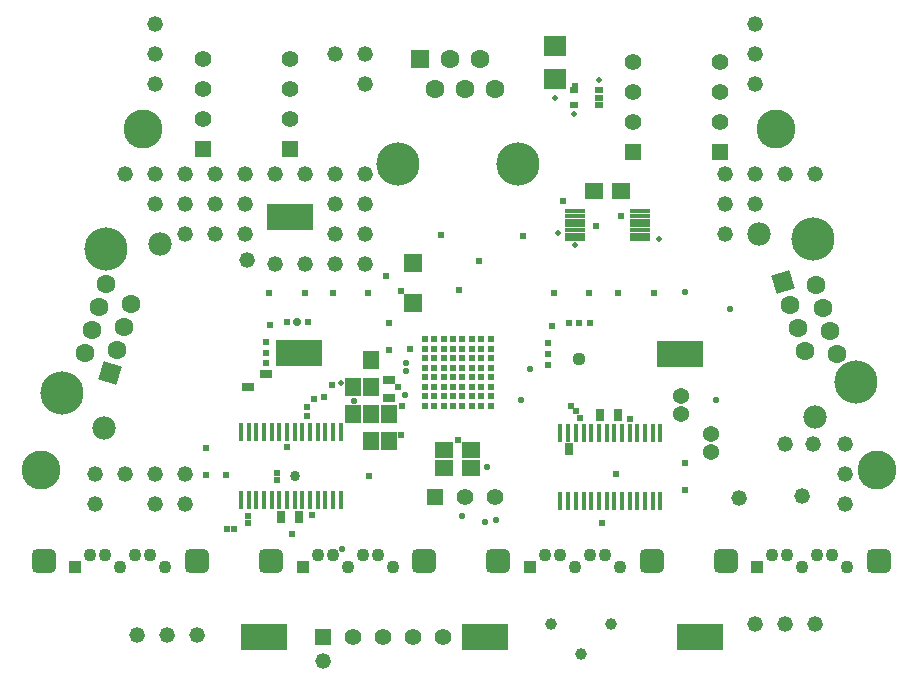
<source format=gts>
%FSLAX25Y25*%
%MOIN*%
G70*
G01*
G75*
G04 Layer_Color=8388736*
%ADD10C,0.01155*%
%ADD11C,0.01150*%
%ADD12R,0.07087X0.06299*%
%ADD13C,0.02000*%
%ADD14R,0.01378X0.05512*%
%ADD15R,0.15000X0.08500*%
%ADD16R,0.02756X0.01575*%
%ADD17R,0.03543X0.02756*%
%ADD18R,0.06496X0.00984*%
%ADD19R,0.06496X0.00984*%
%ADD20R,0.06000X0.06000*%
%ADD21R,0.02756X0.03543*%
%ADD22R,0.05000X0.06000*%
%ADD23R,0.06000X0.05000*%
%ADD24C,0.02500*%
%ADD25C,0.00448*%
%ADD26C,0.00403*%
%ADD27C,0.00500*%
%ADD28C,0.00807*%
%ADD29C,0.00500*%
%ADD30C,0.00669*%
%ADD31C,0.00800*%
%ADD32C,0.00400*%
%ADD33C,0.02000*%
%ADD34C,0.00600*%
%ADD35R,0.05906X0.05906*%
%ADD36C,0.05906*%
%ADD37C,0.14000*%
%ADD38C,0.07400*%
%ADD39P,0.08352X4X152.0*%
%ADD40P,0.08352X4X298.0*%
%ADD41C,0.05000*%
%ADD42R,0.02362X0.03740*%
%ADD43C,0.03000*%
%ADD44C,0.04000*%
%ADD45P,0.02165X8X22.5*%
%ADD46R,0.03740X0.02362*%
%ADD47C,0.05200*%
%ADD48R,0.05200X0.05200*%
%ADD49R,0.03937X0.03937*%
%ADD50C,0.03937*%
G04:AMPARAMS|DCode=51|XSize=78.74mil|YSize=78.74mil|CornerRadius=19.69mil|HoleSize=0mil|Usage=FLASHONLY|Rotation=0.000|XOffset=0mil|YOffset=0mil|HoleType=Round|Shape=RoundedRectangle|*
%AMROUNDEDRECTD51*
21,1,0.07874,0.03937,0,0,0.0*
21,1,0.03937,0.07874,0,0,0.0*
1,1,0.03937,0.01969,-0.01969*
1,1,0.03937,-0.01969,-0.01969*
1,1,0.03937,-0.01969,0.01969*
1,1,0.03937,0.01969,0.01969*
%
%ADD51ROUNDEDRECTD51*%
%ADD52C,0.03500*%
%ADD53R,0.05200X0.05200*%
%ADD54R,0.02000X0.02000*%
%ADD55C,0.13000*%
%ADD56C,0.01800*%
%ADD57C,0.04000*%
%ADD58C,0.05543*%
%ADD59C,0.14800*%
%ADD60C,0.08200*%
%ADD61C,0.05500*%
G04:AMPARAMS|DCode=62|XSize=68mil|YSize=68mil|CornerRadius=0mil|HoleSize=0mil|Usage=FLASHONLY|Rotation=0.000|XOffset=0mil|YOffset=0mil|HoleType=Round|Shape=Relief|Width=10mil|Gap=10mil|Entries=4|*
%AMTHD62*
7,0,0,0.06800,0.04800,0.01000,45*
%
%ADD62THD62*%
%ADD63C,0.04500*%
%ADD64C,0.02800*%
G04:AMPARAMS|DCode=65|XSize=40mil|YSize=40mil|CornerRadius=0mil|HoleSize=0mil|Usage=FLASHONLY|Rotation=0.000|XOffset=0mil|YOffset=0mil|HoleType=Round|Shape=Relief|Width=6mil|Gap=8mil|Entries=4|*
%AMTHD65*
7,0,0,0.04000,0.02400,0.00600,45*
%
%ADD65THD65*%
G04:AMPARAMS|DCode=66|XSize=52mil|YSize=52mil|CornerRadius=0mil|HoleSize=0mil|Usage=FLASHONLY|Rotation=0.000|XOffset=0mil|YOffset=0mil|HoleType=Round|Shape=Relief|Width=6mil|Gap=8mil|Entries=4|*
%AMTHD66*
7,0,0,0.05200,0.03600,0.00600,45*
%
%ADD66THD66*%
%ADD67C,0.05800*%
G04:AMPARAMS|DCode=68|XSize=20mil|YSize=20mil|CornerRadius=0mil|HoleSize=0mil|Usage=FLASHONLY|Rotation=0.000|XOffset=0mil|YOffset=0mil|HoleType=Round|Shape=Relief|Width=4mil|Gap=3mil|Entries=4|*
%AMTHD68*
7,0,0,0.02000,0.01400,0.00400,45*
%
%ADD68THD68*%
%ADD69C,0.04913*%
%ADD70C,0.07315*%
%ADD71C,0.04200*%
%ADD72C,0.11600*%
%ADD73C,0.01297*%
%ADD74C,0.00918*%
%ADD75C,0.00390*%
%ADD76R,0.07874X0.08661*%
%ADD77R,0.06000X0.06000*%
%ADD78C,0.01500*%
G04:AMPARAMS|DCode=79|XSize=98mil|YSize=98mil|CornerRadius=0mil|HoleSize=0mil|Usage=FLASHONLY|Rotation=0.000|XOffset=0mil|YOffset=0mil|HoleType=Round|Shape=Relief|Width=10mil|Gap=10mil|Entries=4|*
%AMTHD79*
7,0,0,0.09800,0.07800,0.01000,45*
%
%ADD79THD79*%
%ADD80R,0.07874X0.08661*%
%ADD81R,0.09252X0.12205*%
%ADD82R,0.06299X0.06693*%
%ADD83R,0.06299X0.06693*%
%ADD84C,0.01000*%
%ADD85C,0.00375*%
%ADD86R,0.02000X0.01000*%
%ADD87R,0.07000X0.19000*%
%ADD88R,0.01000X0.14000*%
%ADD89R,0.05000X0.15000*%
%ADD90R,0.02000X0.01500*%
%ADD91R,0.06000X0.03500*%
%ADD92R,0.00500X0.01500*%
%ADD93R,0.01500X0.03000*%
%ADD94R,0.07500X0.26000*%
%ADD95R,0.02362X0.03740*%
%ADD96R,0.02362X0.03740*%
%ADD97R,0.02362X0.03740*%
%ADD98R,0.02362X0.03740*%
%ADD99R,0.03740X0.02362*%
%ADD100R,0.03740X0.02362*%
%ADD101R,0.06000X0.02760*%
%ADD102R,0.02107X0.03100*%
%ADD103R,0.05000X0.14260*%
%ADD104R,0.01000X0.13760*%
%ADD105R,0.02000X0.02000*%
%ADD106C,0.00984*%
%ADD107C,0.00787*%
%ADD108C,0.00394*%
%ADD109C,0.01200*%
%ADD110R,0.07487X0.06699*%
%ADD111C,0.02400*%
%ADD112R,0.01778X0.05912*%
%ADD113R,0.15400X0.08900*%
%ADD114R,0.03156X0.01975*%
%ADD115R,0.03943X0.03156*%
%ADD116R,0.06896X0.01384*%
%ADD117R,0.06896X0.01384*%
%ADD118R,0.06400X0.06400*%
%ADD119R,0.03156X0.03943*%
%ADD120R,0.05400X0.06400*%
%ADD121R,0.06400X0.05400*%
%ADD122R,0.06306X0.06306*%
%ADD123C,0.06306*%
%ADD124C,0.14400*%
%ADD125C,0.07800*%
%ADD126P,0.08917X4X152.0*%
%ADD127P,0.08917X4X298.0*%
%ADD128C,0.05400*%
%ADD129R,0.02762X0.04140*%
%ADD130C,0.03400*%
%ADD131C,0.04400*%
%ADD132P,0.02598X8X22.5*%
%ADD133R,0.04140X0.02762*%
%ADD134C,0.05600*%
%ADD135R,0.05600X0.05600*%
%ADD136R,0.04337X0.04337*%
%ADD137C,0.04337*%
G04:AMPARAMS|DCode=138|XSize=82.74mil|YSize=82.74mil|CornerRadius=21.69mil|HoleSize=0mil|Usage=FLASHONLY|Rotation=0.000|XOffset=0mil|YOffset=0mil|HoleType=Round|Shape=RoundedRectangle|*
%AMROUNDEDRECTD138*
21,1,0.08274,0.03937,0,0,0.0*
21,1,0.03937,0.08274,0,0,0.0*
1,1,0.04337,0.01969,-0.01969*
1,1,0.04337,-0.01969,-0.01969*
1,1,0.04337,-0.01969,0.01969*
1,1,0.04337,0.01969,0.01969*
%
%ADD138ROUNDEDRECTD138*%
%ADD139C,0.03900*%
%ADD140R,0.05600X0.05600*%
%ADD141R,0.02400X0.02400*%
%ADD142C,0.02200*%
D13*
X283528Y256000D02*
D03*
X291528Y310800D02*
D03*
X283428Y299500D02*
D03*
X205528Y210000D02*
D03*
X311804Y257776D02*
D03*
X278028Y260000D02*
D03*
X277028Y305000D02*
D03*
D47*
X137728Y125800D02*
D03*
X147728D02*
D03*
X157728D02*
D03*
X199828Y117300D02*
D03*
X203528Y319500D02*
D03*
X213528D02*
D03*
X133528Y279500D02*
D03*
X143528D02*
D03*
X153528D02*
D03*
X163528D02*
D03*
X173528D02*
D03*
X183528D02*
D03*
X193528D02*
D03*
X203528D02*
D03*
Y269500D02*
D03*
X173528D02*
D03*
X163528D02*
D03*
X153528D02*
D03*
X143528D02*
D03*
X153528Y259500D02*
D03*
X163528D02*
D03*
X173528D02*
D03*
X203528D02*
D03*
X143528Y309500D02*
D03*
Y319500D02*
D03*
Y329500D02*
D03*
X213528Y279500D02*
D03*
Y269500D02*
D03*
Y259500D02*
D03*
Y249500D02*
D03*
X203528D02*
D03*
X193528D02*
D03*
X183528D02*
D03*
X174328Y250800D02*
D03*
X333528Y279500D02*
D03*
X343528D02*
D03*
X353528D02*
D03*
X363528D02*
D03*
X333528Y269500D02*
D03*
X343528D02*
D03*
X333528Y259500D02*
D03*
X343528Y129500D02*
D03*
X353528D02*
D03*
X363528D02*
D03*
X123528Y179500D02*
D03*
X133528D02*
D03*
X143528D02*
D03*
X153528D02*
D03*
X123528Y169500D02*
D03*
X143528D02*
D03*
X153528D02*
D03*
X363128Y189500D02*
D03*
X359328Y172100D02*
D03*
X373528Y179500D02*
D03*
Y169500D02*
D03*
X338328Y171600D02*
D03*
X353528Y189500D02*
D03*
X373528D02*
D03*
X213528Y309500D02*
D03*
X343528Y329500D02*
D03*
Y319500D02*
D03*
Y309500D02*
D03*
D55*
X139849Y294500D02*
D03*
X350528Y294531D02*
D03*
X384418Y181000D02*
D03*
X105820D02*
D03*
D110*
X277028Y311288D02*
D03*
Y322312D02*
D03*
D111*
X239878Y202402D02*
D03*
X236729D02*
D03*
X233579Y205551D02*
D03*
Y208701D02*
D03*
X255626Y215000D02*
D03*
Y218150D02*
D03*
X233579D02*
D03*
X236729D02*
D03*
X233579Y221299D02*
D03*
Y224449D02*
D03*
X239878D02*
D03*
Y221299D02*
D03*
X252477D02*
D03*
Y224449D02*
D03*
X246178D02*
D03*
Y221299D02*
D03*
X236729Y224449D02*
D03*
X243028D02*
D03*
X249327D02*
D03*
X255626D02*
D03*
X236729Y221299D02*
D03*
X243028D02*
D03*
X249327D02*
D03*
X255626D02*
D03*
X233579Y215000D02*
D03*
X236729D02*
D03*
X255626Y202402D02*
D03*
X249327D02*
D03*
X252477D02*
D03*
X160728Y179300D02*
D03*
Y188300D02*
D03*
X320328Y183200D02*
D03*
Y174200D02*
D03*
X187626Y188469D02*
D03*
X297522Y179500D02*
D03*
X276071Y228827D02*
D03*
X274792Y223118D02*
D03*
Y219575D02*
D03*
Y216032D02*
D03*
X288670Y229909D02*
D03*
X281583D02*
D03*
X285126D02*
D03*
X187626Y230398D02*
D03*
X194713D02*
D03*
X180835Y216520D02*
D03*
Y220063D02*
D03*
Y223606D02*
D03*
X182115Y229315D02*
D03*
X214734Y239900D02*
D03*
X202922D02*
D03*
X239878Y218150D02*
D03*
X243028D02*
D03*
X246178D02*
D03*
X249327D02*
D03*
X252477D02*
D03*
X239878Y215000D02*
D03*
X243028D02*
D03*
X246178D02*
D03*
X249327D02*
D03*
X252477D02*
D03*
X233579Y211850D02*
D03*
X236729D02*
D03*
X239878D02*
D03*
X243028D02*
D03*
X246178D02*
D03*
X249327D02*
D03*
X252477D02*
D03*
X255626D02*
D03*
X236729Y208701D02*
D03*
X239878D02*
D03*
X243028D02*
D03*
X246178D02*
D03*
X249327D02*
D03*
X252477D02*
D03*
X255626D02*
D03*
X236729Y205551D02*
D03*
X239878D02*
D03*
X243028D02*
D03*
X246178D02*
D03*
X249327D02*
D03*
X252477D02*
D03*
X255626D02*
D03*
X233579Y202402D02*
D03*
X243028D02*
D03*
X246178D02*
D03*
X251528Y250500D02*
D03*
X214934Y179000D02*
D03*
X181722Y239900D02*
D03*
X193534D02*
D03*
X221528Y229800D02*
D03*
Y220800D02*
D03*
X196028Y165900D02*
D03*
X292828Y163200D02*
D03*
X285328Y198100D02*
D03*
X184428Y177500D02*
D03*
Y179900D02*
D03*
X167228Y179100D02*
D03*
X194328Y199000D02*
D03*
X196528Y204600D02*
D03*
X194228Y202000D02*
D03*
X200028Y205100D02*
D03*
X284027Y200602D02*
D03*
X282329Y202299D02*
D03*
X202628Y209100D02*
D03*
X283528Y308800D02*
D03*
X301928Y198000D02*
D03*
X189228Y159700D02*
D03*
X174728Y165700D02*
D03*
Y163300D02*
D03*
X167528Y161300D02*
D03*
X169928D02*
D03*
X266328Y259000D02*
D03*
X253328Y124700D02*
D03*
X224828Y208500D02*
D03*
X299028Y265500D02*
D03*
X244528Y191000D02*
D03*
X225628Y192628D02*
D03*
X226126Y202402D02*
D03*
X225528Y240500D02*
D03*
X238900Y259400D02*
D03*
X279600Y270700D02*
D03*
X220528Y245500D02*
D03*
X245028Y241000D02*
D03*
X228600Y221400D02*
D03*
X290675Y262425D02*
D03*
D112*
X312129Y170462D02*
D03*
X309570D02*
D03*
X307010D02*
D03*
X304451D02*
D03*
X301892D02*
D03*
X299333D02*
D03*
X296774D02*
D03*
X294215D02*
D03*
X291656D02*
D03*
X289097D02*
D03*
X286538D02*
D03*
X283979D02*
D03*
X281419D02*
D03*
X278860D02*
D03*
Y193100D02*
D03*
X281419D02*
D03*
X283978D02*
D03*
X286537D02*
D03*
X289097D02*
D03*
X291656D02*
D03*
X294215D02*
D03*
X296774D02*
D03*
X299333D02*
D03*
X301892D02*
D03*
X304451D02*
D03*
X307010D02*
D03*
X309569D02*
D03*
X312128D02*
D03*
X172328Y170900D02*
D03*
X174887D02*
D03*
X177446D02*
D03*
X180005D02*
D03*
X182564D02*
D03*
X185123D02*
D03*
X187682D02*
D03*
X190241D02*
D03*
X192800D02*
D03*
X195360D02*
D03*
X197919D02*
D03*
X200478D02*
D03*
X203037D02*
D03*
X205596D02*
D03*
Y193538D02*
D03*
X203037D02*
D03*
X200478D02*
D03*
X197918D02*
D03*
X195359D02*
D03*
X192800D02*
D03*
X190241D02*
D03*
X187682D02*
D03*
X185123D02*
D03*
X182564D02*
D03*
X180005D02*
D03*
X177446D02*
D03*
X174887D02*
D03*
X172327D02*
D03*
D113*
X180128Y125100D02*
D03*
X253628D02*
D03*
X318828Y219600D02*
D03*
X191528Y220000D02*
D03*
X325228Y125300D02*
D03*
X188528Y265400D02*
D03*
D114*
X283493Y307559D02*
D03*
X291563D02*
D03*
X283493Y302441D02*
D03*
X291563D02*
D03*
Y305000D02*
D03*
D115*
X221528Y205047D02*
D03*
Y210953D02*
D03*
X174528Y208453D02*
D03*
D116*
X283603Y267224D02*
D03*
X305453D02*
D03*
Y257776D02*
D03*
D117*
X283603Y265650D02*
D03*
Y264075D02*
D03*
Y262500D02*
D03*
Y260925D02*
D03*
Y259350D02*
D03*
Y257776D02*
D03*
X305453Y265650D02*
D03*
Y264075D02*
D03*
Y262500D02*
D03*
Y260925D02*
D03*
Y259350D02*
D03*
D118*
X229528Y236500D02*
D03*
Y250000D02*
D03*
D119*
X191581Y165400D02*
D03*
X185675D02*
D03*
X292175Y199400D02*
D03*
X298081D02*
D03*
D120*
X215528Y208500D02*
D03*
Y217500D02*
D03*
X209528Y199500D02*
D03*
Y208500D02*
D03*
X215528Y199500D02*
D03*
Y190500D02*
D03*
X221528Y199500D02*
D03*
Y190500D02*
D03*
D121*
X249028Y187500D02*
D03*
X240028D02*
D03*
X249028Y181500D02*
D03*
X240028D02*
D03*
X290028Y274000D02*
D03*
X299028D02*
D03*
D122*
X232028Y318000D02*
D03*
D123*
X257028Y308000D02*
D03*
X252028Y318000D02*
D03*
X242028D02*
D03*
X247028Y308000D02*
D03*
X237028D02*
D03*
X355523Y235823D02*
D03*
X357862Y228172D02*
D03*
X366256Y234921D02*
D03*
X368595Y227271D02*
D03*
X360201Y220522D02*
D03*
X363917Y242572D02*
D03*
X370934Y219620D02*
D03*
X127451Y242900D02*
D03*
X120434Y219949D02*
D03*
X135845Y236151D02*
D03*
X125112Y235250D02*
D03*
X122773Y227599D02*
D03*
X133506Y228501D02*
D03*
X131167Y220850D02*
D03*
D124*
X224528Y283000D02*
D03*
X264528D02*
D03*
X362878Y257940D02*
D03*
X377497Y210124D02*
D03*
X127320Y254443D02*
D03*
X112702Y206628D02*
D03*
D125*
X344862Y259751D02*
D03*
X363573Y198548D02*
D03*
X145337Y256254D02*
D03*
X126626Y195051D02*
D03*
D126*
X353185Y243473D02*
D03*
D127*
X128828Y213200D02*
D03*
D128*
X329028Y186900D02*
D03*
Y193000D02*
D03*
X318928Y205600D02*
D03*
Y199600D02*
D03*
D129*
X281583Y187980D02*
D03*
D130*
X190334Y179000D02*
D03*
D131*
X285028Y218000D02*
D03*
X191071Y218488D02*
D03*
D132*
X191170Y230398D02*
D03*
D133*
X180835Y212976D02*
D03*
D134*
X239828Y125400D02*
D03*
X229828D02*
D03*
X219828D02*
D03*
X209828D02*
D03*
X247028Y172000D02*
D03*
X257028D02*
D03*
X159528Y298000D02*
D03*
Y308000D02*
D03*
Y318000D02*
D03*
X188528Y298000D02*
D03*
Y308000D02*
D03*
Y318000D02*
D03*
X303028Y297000D02*
D03*
Y307000D02*
D03*
Y317000D02*
D03*
X332028Y297000D02*
D03*
Y307000D02*
D03*
Y317000D02*
D03*
D135*
X199828Y125400D02*
D03*
X237028Y172000D02*
D03*
D136*
X117040Y148532D02*
D03*
X192865D02*
D03*
X268691D02*
D03*
X344516D02*
D03*
D137*
X147040D02*
D03*
X142040Y152469D02*
D03*
X122040D02*
D03*
X137040D02*
D03*
X132040Y148532D02*
D03*
X127040Y152469D02*
D03*
X222865Y148532D02*
D03*
X217865Y152469D02*
D03*
X197865D02*
D03*
X212865D02*
D03*
X207865Y148532D02*
D03*
X202865Y152469D02*
D03*
X298691Y148532D02*
D03*
X293691Y152469D02*
D03*
X273691D02*
D03*
X288691D02*
D03*
X283691Y148532D02*
D03*
X278691Y152469D02*
D03*
X374516Y148532D02*
D03*
X369516Y152469D02*
D03*
X349516D02*
D03*
X364516D02*
D03*
X359516Y148532D02*
D03*
X354516Y152469D02*
D03*
D138*
X157552Y150500D02*
D03*
X106528D02*
D03*
X233377D02*
D03*
X182353D02*
D03*
X309203D02*
D03*
X258179D02*
D03*
X385028D02*
D03*
X334004D02*
D03*
D139*
X275528Y129500D02*
D03*
X295528D02*
D03*
X285528Y119500D02*
D03*
D140*
X159528Y288000D02*
D03*
X188528D02*
D03*
X303028Y287000D02*
D03*
X332028D02*
D03*
D141*
X309934Y240000D02*
D03*
X298122D02*
D03*
X276622D02*
D03*
X288434D02*
D03*
D142*
X317928Y219600D02*
D03*
X330628Y204400D02*
D03*
X210028Y204000D02*
D03*
X206028Y154700D02*
D03*
X257428Y164100D02*
D03*
X254328Y181800D02*
D03*
X226928Y206000D02*
D03*
X253628Y163700D02*
D03*
X246128Y165600D02*
D03*
X265728Y204200D02*
D03*
X268628Y214600D02*
D03*
X320428Y240400D02*
D03*
X335428Y234700D02*
D03*
X227228Y216700D02*
D03*
Y213800D02*
D03*
M02*

</source>
